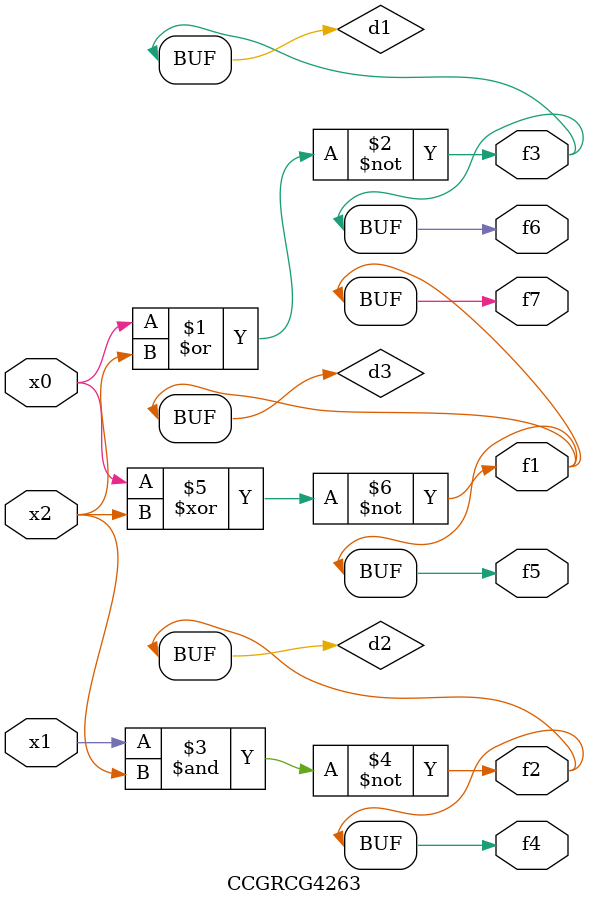
<source format=v>
module CCGRCG4263(
	input x0, x1, x2,
	output f1, f2, f3, f4, f5, f6, f7
);

	wire d1, d2, d3;

	nor (d1, x0, x2);
	nand (d2, x1, x2);
	xnor (d3, x0, x2);
	assign f1 = d3;
	assign f2 = d2;
	assign f3 = d1;
	assign f4 = d2;
	assign f5 = d3;
	assign f6 = d1;
	assign f7 = d3;
endmodule

</source>
